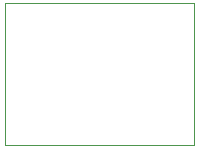
<source format=gbr>
%TF.GenerationSoftware,KiCad,Pcbnew,7.0.11-2.fc39*%
%TF.CreationDate,2024-04-07T19:18:12-07:00*%
%TF.ProjectId,Ultra_Light,556c7472-615f-44c6-9967-68742e6b6963,rev?*%
%TF.SameCoordinates,PX7459280PY5e69ec0*%
%TF.FileFunction,Profile,NP*%
%FSLAX46Y46*%
G04 Gerber Fmt 4.6, Leading zero omitted, Abs format (unit mm)*
G04 Created by KiCad (PCBNEW 7.0.11-2.fc39) date 2024-04-07 19:18:12*
%MOMM*%
%LPD*%
G01*
G04 APERTURE LIST*
%TA.AperFunction,Profile*%
%ADD10C,0.050000*%
%TD*%
G04 APERTURE END LIST*
D10*
X0Y0D02*
X16000000Y0D01*
X16000000Y-12000000D01*
X0Y-12000000D01*
X0Y0D01*
M02*

</source>
